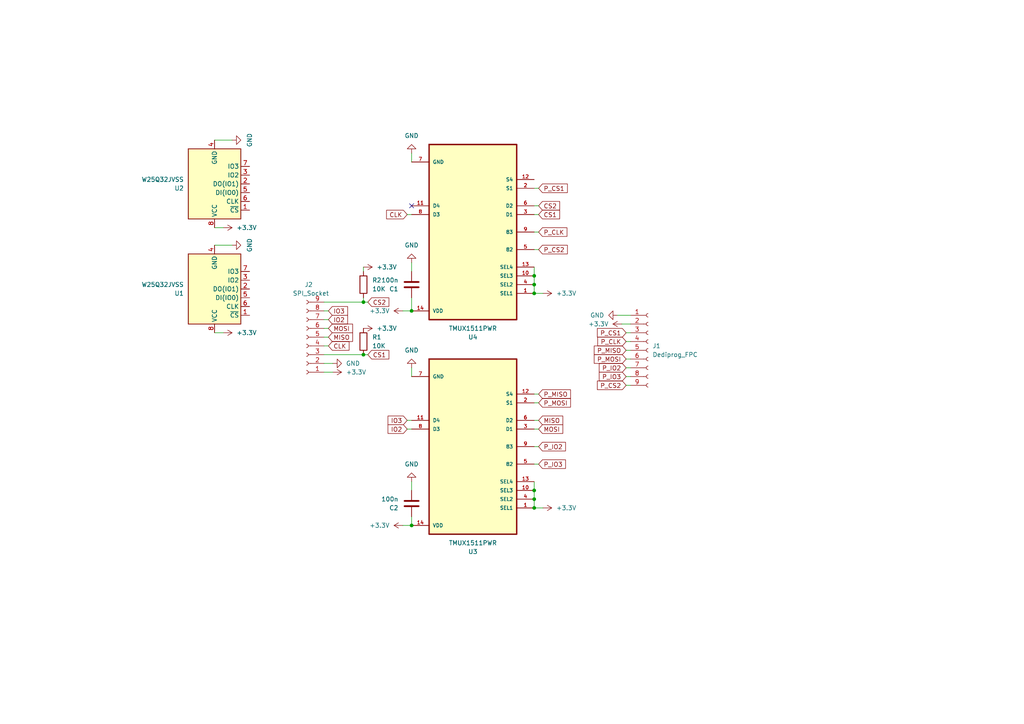
<source format=kicad_sch>
(kicad_sch (version 20230121) (generator eeschema)
  (paper "A4")
  (lib_symbols
    (symbol "Connector:Conn_01x09_Socket" (pin_names (offset 1.016) hide)
      (property "Reference" "J" (at 0 12.7 0))
      (property "Value" "Conn_01x09_Socket" (at 0 -12.7 0))
      (symbol "Conn_01x09_Socket_1_1"
        (arc (start 0 -9.652) (mid -0.5058 -10.16) (end 0 -10.668) (stroke (width 0.1524)))
        (arc (start 0 -7.112) (mid -0.5058 -7.62) (end 0 -8.128) (stroke (width 0.1524)))
        (arc (start 0 -4.572) (mid -0.5058 -5.08) (end 0 -5.588) (stroke (width 0.1524)))
        (arc (start 0 -2.032) (mid -0.5058 -2.54) (end 0 -3.048) (stroke (width 0.1524)))
        (polyline (pts (xy -1.27 -10.16) (xy -0.508 -10.16)) (stroke (width 0.1524)))
        (polyline (pts (xy -1.27 -7.62) (xy -0.508 -7.62)) (stroke (width 0.1524)))
        (polyline (pts (xy -1.27 -5.08) (xy -0.508 -5.08)) (stroke (width 0.1524)))
        (polyline (pts (xy -1.27 -2.54) (xy -0.508 -2.54)) (stroke (width 0.1524)))
        (polyline (pts (xy -1.27 0) (xy -0.508 0)) (stroke (width 0.1524)))
        (polyline (pts (xy -1.27 2.54) (xy -0.508 2.54)) (stroke (width 0.1524)))
        (polyline (pts (xy -1.27 5.08) (xy -0.508 5.08)) (stroke (width 0.1524)))
        (polyline (pts (xy -1.27 7.62) (xy -0.508 7.62)) (stroke (width 0.1524)))
        (polyline (pts (xy -1.27 10.16) (xy -0.508 10.16)) (stroke (width 0.1524)))
        (arc (start 0 0.508) (mid -0.5058 0) (end 0 -0.508) (stroke (width 0.1524)))
        (arc (start 0 3.048) (mid -0.5058 2.54) (end 0 2.032) (stroke (width 0.1524)))
        (arc (start 0 5.588) (mid -0.5058 5.08) (end 0 4.572) (stroke (width 0.1524)))
        (arc (start 0 8.128) (mid -0.5058 7.62) (end 0 7.112) (stroke (width 0.1524)))
        (arc (start 0 10.668) (mid -0.5058 10.16) (end 0 9.652) (stroke (width 0.1524)))
        (pin passive line (at -5.08 10.16 0) (length 3.81) (name "Pin_1") (number "1"))
        (pin passive line (at -5.08 7.62 0) (length 3.81) (name "Pin_2") (number "2"))
        (pin passive line (at -5.08 5.08 0) (length 3.81) (name "Pin_3") (number "3"))
        (pin passive line (at -5.08 2.54 0) (length 3.81) (name "Pin_4") (number "4"))
        (pin passive line (at -5.08 0 0) (length 3.81) (name "Pin_5") (number "5"))
        (pin passive line (at -5.08 -2.54 0) (length 3.81) (name "Pin_6") (number "6"))
        (pin passive line (at -5.08 -5.08 0) (length 3.81) (name "Pin_7") (number "7"))
        (pin passive line (at -5.08 -7.62 0) (length 3.81) (name "Pin_8") (number "8"))
        (pin passive line (at -5.08 -10.16 0) (length 3.81) (name "Pin_9") (number "9"))
      )
    )
    (symbol "Device:C" (pin_numbers hide) (pin_names (offset 0.254))
      (property "Reference" "C" (at 0.635 2.54 0))
      (property "Value" "C" (at 0.635 -2.54 0))
      (symbol "C_0_1"
        (polyline (pts (xy -2.032 -0.762) (xy 2.032 -0.762)) (stroke (width 0.508)))
        (polyline (pts (xy -2.032 0.762) (xy 2.032 0.762)) (stroke (width 0.508)))
      )
      (symbol "C_1_1"
        (pin passive line (at 0 3.81 270) (length 2.794) (name "~") (number "1"))
        (pin passive line (at 0 -3.81 90) (length 2.794) (name "~") (number "2"))
      )
    )
    (symbol "Device:R" (pin_numbers hide) (pin_names (offset 0))
      (property "Reference" "R" (at 2.032 0 90))
      (property "Value" "R" (at 0 0 90))
      (symbol "R_0_1"
        (rectangle (start -1.016 -2.54) (end 1.016 2.54) (stroke (width 0.254)))
      )
      (symbol "R_1_1"
        (pin passive line (at 0 3.81 270) (length 1.27) (name "~") (number "1"))
        (pin passive line (at 0 -3.81 90) (length 1.27) (name "~") (number "2"))
      )
    )
    (symbol "Memory_Flash:W25Q32JVSS"
      (property "Reference" "U" (at -6.35 11.43 0))
      (property "Value" "W25Q32JVSS" (at 7.62 11.43 0))
      (symbol "W25Q32JVSS_0_1"
        (rectangle (start -7.62 10.16) (end 7.62 -10.16) (stroke (width 0.254)) (fill (type background)))
      )
      (symbol "W25Q32JVSS_1_1"
        (pin input line (at -10.16 7.62 0) (length 2.54) (name "~{CS}") (number "1"))
        (pin bidirectional line (at -10.16 0 0) (length 2.54) (name "DO(IO1)") (number "2"))
        (pin bidirectional line (at -10.16 -2.54 0) (length 2.54) (name "IO2") (number "3"))
        (pin power_in line (at 0 -12.7 90) (length 2.54) (name "GND") (number "4"))
        (pin bidirectional line (at -10.16 2.54 0) (length 2.54) (name "DI(IO0)") (number "5"))
        (pin input line (at -10.16 5.08 0) (length 2.54) (name "CLK") (number "6"))
        (pin bidirectional line (at -10.16 -5.08 0) (length 2.54) (name "IO3") (number "7"))
        (pin power_in line (at 0 12.7 270) (length 2.54) (name "VCC") (number "8"))
      )
    )
    (symbol "TMUX1511PWR:TMUX1511PWR" (pin_names (offset 1.016))
      (property "Reference" "U" (at -12.7 26.4 0))
      (property "Value" "TMUX1511PWR" (at -12.7 -29.4 0))
      (symbol "TMUX1511PWR_0_0"
        (rectangle (start -12.7 -25.4) (end 12.7 25.4) (stroke (width 0.41)) (fill (type background)))
        (pin input line (at -17.78 17.78 0) (length 5.08) (name "SEL1") (number "1"))
        (pin input line (at -17.78 12.7 0) (length 5.08) (name "SEL3") (number "10"))
        (pin bidirectional line (at 17.78 -7.62 180) (length 5.08) (name "D4") (number "11"))
        (pin bidirectional line (at -17.78 -15.24 0) (length 5.08) (name "S4") (number "12"))
        (pin input line (at -17.78 10.16 0) (length 5.08) (name "SEL4") (number "13"))
        (pin power_in line (at 17.78 22.86 180) (length 5.08) (name "VDD") (number "14"))
        (pin bidirectional line (at -17.78 -12.7 0) (length 5.08) (name "S1") (number "2"))
        (pin bidirectional line (at -17.78 -5.08 0) (length 5.08) (name "D1") (number "3"))
        (pin input line (at -17.78 15.24 0) (length 5.08) (name "SEL2") (number "4"))
        (pin bidirectional line (at -17.78 5.08 0) (length 5.08) (name "82") (number "5"))
        (pin bidirectional line (at -17.78 -7.62 0) (length 5.08) (name "D2") (number "6"))
        (pin power_in line (at 17.78 -20.32 180) (length 5.08) (name "GND") (number "7"))
        (pin bidirectional line (at 17.78 -5.08 180) (length 5.08) (name "D3") (number "8"))
        (pin bidirectional line (at -17.78 0 0) (length 5.08) (name "83") (number "9"))
      )
    )
    (symbol "power:+3.3V" (power) (pin_names (offset 0))
      (property "Value" "+3.3V" (at 0 3.556 0))
      (symbol "+3.3V_0_1"
        (polyline (pts (xy -0.762 1.27) (xy 0 2.54)))
        (polyline (pts (xy 0 0) (xy 0 2.54)))
        (polyline (pts (xy 0 2.54) (xy 0.762 1.27)))
      )
      (symbol "+3.3V_1_1"
        (pin power_in line (at 0 0 90) (length 0) hide (name "+3.3V") (number "1"))
      )
    )
    (symbol "power:GND" (power) (pin_names (offset 0))
      (property "Value" "GND" (at 0 -3.81 0))
      (symbol "GND_0_1"
        (polyline (pts (xy 0 0) (xy 0 -1.27) (xy 1.27 -1.27) (xy 0 -2.54) (xy -1.27 -1.27) (xy 0 -1.27)))
      )
      (symbol "GND_1_1"
        (pin power_in line (at 0 0 270) (length 0) hide (name "GND") (number "1"))
      )
    )
  )
  (junction (at 119.38 152.4))
  (junction (at 154.94 85.09))
  (junction (at 105.41 102.87))
  (junction (at 154.94 142.24))
  (junction (at 105.41 87.63))
  (junction (at 154.94 82.55))
  (junction (at 119.38 90.17))
  (junction (at 154.94 147.32))
  (junction (at 154.94 80.01))
  (junction (at 154.94 144.78))
  (no_connect (at 119.38 59.69))
  (wire (pts (xy 119.38 90.17) (xy 119.38 86.36)))
  (wire (pts (xy 106.68 87.63) (xy 105.41 87.63)))
  (wire (pts (xy 156.21 121.92) (xy 154.94 121.92)))
  (wire (pts (xy 182.88 91.44) (xy 179.07 91.44)))
  (wire (pts (xy 119.38 142.24) (xy 119.38 139.7)))
  (wire (pts (xy 154.94 67.31) (xy 156.21 67.31)))
  (wire (pts (xy 119.38 124.46) (xy 118.11 124.46)))
  (wire (pts (xy 95.25 95.25) (xy 93.98 95.25)))
  (wire (pts (xy 154.94 116.84) (xy 156.21 116.84)))
  (wire (pts (xy 93.98 100.33) (xy 95.25 100.33)))
  (wire (pts (xy 154.94 147.32) (xy 157.48 147.32)))
  (wire (pts (xy 119.38 152.4) (xy 119.38 149.86)))
  (wire (pts (xy 119.38 152.4) (xy 116.84 152.4)))
  (wire (pts (xy 181.61 104.14) (xy 182.88 104.14)))
  (wire (pts (xy 154.94 82.55) (xy 154.94 80.01)))
  (wire (pts (xy 62.23 71.12) (xy 67.31 71.12)))
  (wire (pts (xy 181.61 96.52) (xy 182.88 96.52)))
  (wire (pts (xy 119.38 109.22) (xy 119.38 106.68)))
  (wire (pts (xy 119.38 78.74) (xy 119.38 76.2)))
  (wire (pts (xy 154.94 134.62) (xy 156.21 134.62)))
  (wire (pts (xy 181.61 99.06) (xy 182.88 99.06)))
  (wire (pts (xy 154.94 147.32) (xy 154.94 144.78)))
  (wire (pts (xy 119.38 46.99) (xy 119.38 44.45)))
  (wire (pts (xy 62.23 96.52) (xy 64.77 96.52)))
  (wire (pts (xy 154.94 144.78) (xy 154.94 142.24)))
  (wire (pts (xy 105.41 77.47) (xy 105.41 78.74)))
  (wire (pts (xy 105.41 87.63) (xy 93.98 87.63)))
  (wire (pts (xy 154.94 129.54) (xy 156.21 129.54)))
  (wire (pts (xy 93.98 105.41) (xy 96.52 105.41)))
  (wire (pts (xy 119.38 90.17) (xy 116.84 90.17)))
  (wire (pts (xy 154.94 54.61) (xy 156.21 54.61)))
  (wire (pts (xy 95.25 92.71) (xy 93.98 92.71)))
  (wire (pts (xy 93.98 107.95) (xy 96.52 107.95)))
  (wire (pts (xy 154.94 85.09) (xy 154.94 82.55)))
  (wire (pts (xy 93.98 102.87) (xy 105.41 102.87)))
  (wire (pts (xy 154.94 142.24) (xy 154.94 139.7)))
  (wire (pts (xy 156.21 62.23) (xy 154.94 62.23)))
  (wire (pts (xy 95.25 90.17) (xy 93.98 90.17)))
  (wire (pts (xy 105.41 86.36) (xy 105.41 87.63)))
  (wire (pts (xy 62.23 66.04) (xy 64.77 66.04)))
  (wire (pts (xy 156.21 124.46) (xy 154.94 124.46)))
  (wire (pts (xy 156.21 59.69) (xy 154.94 59.69)))
  (wire (pts (xy 181.61 106.68) (xy 182.88 106.68)))
  (wire (pts (xy 181.61 111.76) (xy 182.88 111.76)))
  (wire (pts (xy 119.38 121.92) (xy 118.11 121.92)))
  (wire (pts (xy 181.61 101.6) (xy 182.88 101.6)))
  (wire (pts (xy 105.41 102.87) (xy 106.68 102.87)))
  (wire (pts (xy 154.94 72.39) (xy 156.21 72.39)))
  (wire (pts (xy 118.11 62.23) (xy 119.38 62.23)))
  (wire (pts (xy 157.48 85.09) (xy 154.94 85.09)))
  (wire (pts (xy 182.88 93.98) (xy 180.34 93.98)))
  (wire (pts (xy 181.61 109.22) (xy 182.88 109.22)))
  (wire (pts (xy 154.94 114.3) (xy 156.21 114.3)))
  (wire (pts (xy 95.25 97.79) (xy 93.98 97.79)))
  (wire (pts (xy 62.23 40.64) (xy 67.31 40.64)))
  (wire (pts (xy 154.94 80.01) (xy 154.94 77.47)))
  (global_label "CS1" (shape input) (at 106.68 102.87 0) (property "Intersheetrefs" "${INTERSHEET_REFS}" (effects hide)))
  (global_label "P_IO3" (shape input) (at 156.21 134.62 0) (property "Intersheetrefs" "${INTERSHEET_REFS}" (effects hide)))
  (global_label "IO3" (shape input) (at 95.25 90.17 0) (property "Intersheetrefs" "${INTERSHEET_REFS}" (effects hide)))
  (global_label "CS2" (shape input) (at 156.21 59.69 0) (property "Intersheetrefs" "${INTERSHEET_REFS}" (effects hide)))
  (global_label "CLK" (shape input) (at 118.11 62.23 180) (property "Intersheetrefs" "${INTERSHEET_REFS}" (effects hide)))
  (global_label "IO3" (shape input) (at 118.11 121.92 180) (property "Intersheetrefs" "${INTERSHEET_REFS}" (effects hide)))
  (global_label "MISO" (shape input) (at 156.21 121.92 0) (property "Intersheetrefs" "${INTERSHEET_REFS}" (effects hide)))
  (global_label "IO2" (shape input) (at 95.25 92.71 0) (property "Intersheetrefs" "${INTERSHEET_REFS}" (effects hide)))
  (global_label "P_CLK" (shape input) (at 156.21 67.31 0) (property "Intersheetrefs" "${INTERSHEET_REFS}" (effects hide)))
  (global_label "P_MOSI" (shape input) (at 181.61 104.14 180) (property "Intersheetrefs" "${INTERSHEET_REFS}" (effects hide)))
  (global_label "P_CLK" (shape input) (at 181.61 99.06 180) (property "Intersheetrefs" "${INTERSHEET_REFS}" (effects hide)))
  (global_label "CLK" (shape input) (at 95.25 100.33 0) (property "Intersheetrefs" "${INTERSHEET_REFS}" (effects hide)))
  (global_label "P_CS1" (shape input) (at 181.61 96.52 180) (property "Intersheetrefs" "${INTERSHEET_REFS}" (effects hide)))
  (global_label "P_IO3" (shape input) (at 181.61 109.22 180) (property "Intersheetrefs" "${INTERSHEET_REFS}" (effects hide)))
  (global_label "P_MISO" (shape input) (at 156.21 114.3 0) (property "Intersheetrefs" "${INTERSHEET_REFS}" (effects hide)))
  (global_label "IO2" (shape input) (at 118.11 124.46 180) (property "Intersheetrefs" "${INTERSHEET_REFS}" (effects hide)))
  (global_label "P_CS2" (shape input) (at 156.21 72.39 0) (property "Intersheetrefs" "${INTERSHEET_REFS}" (effects hide)))
  (global_label "P_MISO" (shape input) (at 181.61 101.6 180) (property "Intersheetrefs" "${INTERSHEET_REFS}" (effects hide)))
  (global_label "CS1" (shape input) (at 156.21 62.23 0) (property "Intersheetrefs" "${INTERSHEET_REFS}" (effects hide)))
  (global_label "MOSI" (shape input) (at 95.25 95.25 0) (property "Intersheetrefs" "${INTERSHEET_REFS}" (effects hide)))
  (global_label "MISO" (shape input) (at 95.25 97.79 0) (property "Intersheetrefs" "${INTERSHEET_REFS}" (effects hide)))
  (global_label "P_IO2" (shape input) (at 156.21 129.54 0) (property "Intersheetrefs" "${INTERSHEET_REFS}" (effects hide)))
  (global_label "P_IO2" (shape input) (at 181.61 106.68 180) (property "Intersheetrefs" "${INTERSHEET_REFS}" (effects hide)))
  (global_label "MOSI" (shape input) (at 156.21 124.46 0) (property "Intersheetrefs" "${INTERSHEET_REFS}" (effects hide)))
  (global_label "P_MOSI" (shape input) (at 156.21 116.84 0) (property "Intersheetrefs" "${INTERSHEET_REFS}" (effects hide)))
  (global_label "P_CS2" (shape input) (at 181.61 111.76 180) (property "Intersheetrefs" "${INTERSHEET_REFS}" (effects hide)))
  (global_label "CS2" (shape input) (at 106.68 87.63 0) (property "Intersheetrefs" "${INTERSHEET_REFS}" (effects hide)))
  (global_label "P_CS1" (shape input) (at 156.21 54.61 0) (property "Intersheetrefs" "${INTERSHEET_REFS}" (effects hide)))
  (symbol (lib_id "Device:C") (at 119.38 82.55 180) (unit 1)
    (property "Reference" "C1" (at 115.57 83.82 0) (effects (justify left)))
    (property "Value" "100n" (at 115.57 81.28 0) (effects (justify left)))
    (property "Footprint" "Capacitor_SMD:C_0603_1608Metric" (effects hide))
  )
  (symbol (lib_id "power:GND") (at 119.38 139.7 180) (unit 1)
    (property "Reference" "#PWR04" (effects hide))
    (property "Value" "GND" (at 119.38 134.62 0))
  )
  (symbol (lib_id "Device:R") (at 105.41 99.06 0) (unit 1)
    (property "Reference" "R1" (at 107.95 97.79 0) (effects (justify left)))
    (property "Value" "10K" (at 107.95 100.33 0) (effects (justify left)))
  )
  (symbol (lib_id "power:+3.3V") (at 116.84 152.4 90) (unit 1)
    (property "Reference" "#PWR01" (effects hide))
    (property "Value" "+3.3V" (at 113.03 152.4 90) (effects (justify left)))
  )
  (symbol (lib_id "Memory_Flash:W25Q32JVSS") (at 62.23 83.82 180) (unit 1)
    (property "Reference" "U1" (at 53.34 85.09 0) (effects (justify left)))
    (property "Value" "W25Q32JVSS" (at 53.34 82.55 0) (effects (justify left)))
    (property "Footprint" "Package_SO:SOIC-8_5.23x5.23mm_P1.27mm" (effects hide))
    (property "Datasheet" "http://www.winbond.com/resource-files/w25q32jv%20revg%2003272018%20plus.pdf" (effects hide))
  )
  (symbol (lib_id "power:+3.3V") (at 105.41 95.25 270) (unit 1)
    (property "Reference" "#PWR018" (effects hide))
    (property "Value" "+3.3V" (at 109.22 95.25 90) (effects (justify left)))
  )
  (symbol (lib_id "Device:C") (at 119.38 146.05 180) (unit 1)
    (property "Reference" "C2" (at 115.57 147.32 0) (effects (justify left)))
    (property "Value" "100n" (at 115.57 144.78 0) (effects (justify left)))
    (property "Footprint" "Capacitor_SMD:C_0603_1608Metric" (effects hide))
  )
  (symbol (lib_id "TMUX1511PWR:TMUX1511PWR") (at 137.16 129.54 180) (unit 1)
    (property "Reference" "U3" (at 137.16 160.02 0))
    (property "Value" "TMUX1511PWR" (at 137.16 157.48 0))
    (property "Footprint" "TMUX1511PWR:SOP65P640X120-14N" (effects hide))
    (property "MF" "Texas Instruments" (effects hide))
    (property "Description" "\n5-V, 1:1 (SPST), 4-channel analog switch with powered-off protection & 1.8-V input logic\n" (effects hide))
    (property "Package" "TSSOP-14 Texas Instruments" (effects hide))
    (property "Price" "None" (effects hide))
    (property "SnapEDA_Link" "https://www.snapeda.com/parts/TMUX1511PWR/Texas+Instruments/view-part/?ref=snap" (effects hide))
    (property "MP" "TMUX1511PWR" (effects hide))
    (property "Purchase-URL" "https://www.snapeda.com/api/url_track_click_mouser/?unipart_id=3223302&manufacturer=Texas Instruments&part_name=TMUX1511PWR&search_term=None" (effects hide))
    (property "Availability" "In Stock" (effects hide))
    (property "Check_prices" "https://www.snapeda.com/parts/TMUX1511PWR/Texas+Instruments/view-part/?ref=eda" (effects hide))
  )
  (symbol (lib_id "power:GND") (at 119.38 106.68 180) (unit 1)
    (property "Reference" "#PWR06" (effects hide))
    (property "Value" "GND" (at 119.38 101.6 0))
  )
  (symbol (lib_id "power:+3.3V") (at 64.77 66.04 270) (unit 1)
    (property "Reference" "#PWR010" (effects hide))
    (property "Value" "+3.3V" (at 68.58 66.04 90) (effects (justify left)))
  )
  (symbol (lib_id "power:+3.3V") (at 116.84 90.17 90) (unit 1)
    (property "Reference" "#PWR02" (effects hide))
    (property "Value" "+3.3V" (at 113.03 90.17 90) (effects (justify left)))
  )
  (symbol (lib_id "Connector:Conn_01x09_Socket") (at 88.9 97.79 180) (unit 1)
    (property "Reference" "J2" (at 89.535 82.55 0))
    (property "Value" "SPI_Socket" (at 90.17 85.09 0))
    (property "Footprint" "Connector_PinSocket_1.27mm:PinSocket_1x10_P1.27mm_Vertical" (effects hide))
  )
  (symbol (lib_id "power:+3.3V") (at 105.41 77.47 270) (unit 1)
    (property "Reference" "#PWR017" (effects hide))
    (property "Value" "+3.3V" (at 109.22 77.47 90) (effects (justify left)))
  )
  (symbol (lib_id "TMUX1511PWR:TMUX1511PWR") (at 137.16 67.31 180) (unit 1)
    (property "Reference" "U4" (at 137.16 97.79 0))
    (property "Value" "TMUX1511PWR" (at 137.16 95.25 0))
    (property "Footprint" "TMUX1511PWR:SOP65P640X120-14N" (effects hide))
    (property "MF" "Texas Instruments" (effects hide))
    (property "Description" "\n5-V, 1:1 (SPST), 4-channel analog switch with powered-off protection & 1.8-V input logic\n" (effects hide))
    (property "Package" "TSSOP-14 Texas Instruments" (effects hide))
    (property "Price" "None" (effects hide))
    (property "SnapEDA_Link" "https://www.snapeda.com/parts/TMUX1511PWR/Texas+Instruments/view-part/?ref=snap" (effects hide))
    (property "MP" "TMUX1511PWR" (effects hide))
    (property "Purchase-URL" "https://www.snapeda.com/api/url_track_click_mouser/?unipart_id=3223302&manufacturer=Texas Instruments&part_name=TMUX1511PWR&search_term=None" (effects hide))
    (property "Availability" "In Stock" (effects hide))
    (property "Check_prices" "https://www.snapeda.com/parts/TMUX1511PWR/Texas+Instruments/view-part/?ref=eda" (effects hide))
  )
  (symbol (lib_id "Connector:Conn_01x09_Socket") (at 187.96 101.6 0) (unit 1)
    (property "Reference" "J1" (at 189.23 100.33 0) (effects (justify left)))
    (property "Value" "Dediprog_FPC" (at 189.23 102.87 0) (effects (justify left)))
    (property "Footprint" "Connector_FFC-FPC:TE_84952-9_1x09-1MP_P1.0mm_Horizontal" (effects hide))
  )
  (symbol (lib_id "power:+3.3V") (at 157.48 85.09 270) (unit 1)
    (property "Reference" "#PWR012" (effects hide))
    (property "Value" "+3.3V" (at 161.29 85.09 90) (effects (justify left)))
  )
  (symbol (lib_id "power:GND") (at 179.07 91.44 270) (unit 1)
    (property "Reference" "#PWR016" (effects hide))
    (property "Value" "GND" (at 175.26 91.44 90) (effects (justify right)))
  )
  (symbol (lib_id "power:GND") (at 67.31 71.12 90) (unit 1)
    (property "Reference" "#PWR07" (effects hide))
    (property "Value" "GND" (at 72.39 71.12 0))
  )
  (symbol (lib_id "power:+3.3V") (at 157.48 147.32 270) (unit 1)
    (property "Reference" "#PWR011" (effects hide))
    (property "Value" "+3.3V" (at 161.29 147.32 90) (effects (justify left)))
  )
  (symbol (lib_id "power:+3.3V") (at 64.77 96.52 270) (unit 1)
    (property "Reference" "#PWR09" (effects hide))
    (property "Value" "+3.3V" (at 68.58 96.52 90) (effects (justify left)))
  )
  (symbol (lib_id "power:GND") (at 67.31 40.64 90) (unit 1)
    (property "Reference" "#PWR08" (effects hide))
    (property "Value" "GND" (at 72.39 40.64 0))
  )
  (symbol (lib_id "Device:R") (at 105.41 82.55 0) (unit 1)
    (property "Reference" "R2" (at 107.95 81.28 0) (effects (justify left)))
    (property "Value" "10K" (at 107.95 83.82 0) (effects (justify left)))
  )
  (symbol (lib_id "power:GND") (at 119.38 76.2 180) (unit 1)
    (property "Reference" "#PWR03" (effects hide))
    (property "Value" "GND" (at 119.38 71.12 0))
  )
  (symbol (lib_id "power:GND") (at 119.38 44.45 180) (unit 1)
    (property "Reference" "#PWR05" (effects hide))
    (property "Value" "GND" (at 119.38 39.37 0))
  )
  (symbol (lib_id "power:+3.3V") (at 96.52 107.95 270) (unit 1)
    (property "Reference" "#PWR013" (effects hide))
    (property "Value" "+3.3V" (at 100.33 107.95 90) (effects (justify left)))
  )
  (symbol (lib_id "Memory_Flash:W25Q32JVSS") (at 62.23 53.34 180) (unit 1)
    (property "Reference" "U2" (at 53.34 54.61 0) (effects (justify left)))
    (property "Value" "W25Q32JVSS" (at 53.34 52.07 0) (effects (justify left)))
    (property "Footprint" "Package_SO:SOIC-8_5.23x5.23mm_P1.27mm" (effects hide))
    (property "Datasheet" "http://www.winbond.com/resource-files/w25q32jv%20revg%2003272018%20plus.pdf" (effects hide))
  )
  (symbol (lib_id "power:GND") (at 96.52 105.41 90) (unit 1)
    (property "Reference" "#PWR014" (effects hide))
    (property "Value" "GND" (at 100.33 105.41 90) (effects (justify right)))
  )
  (symbol (lib_id "power:+3.3V") (at 180.34 93.98 90) (unit 1)
    (property "Reference" "#PWR015" (effects hide))
    (property "Value" "+3.3V" (at 176.53 93.98 90) (effects (justify left)))
  )
)
</source>
